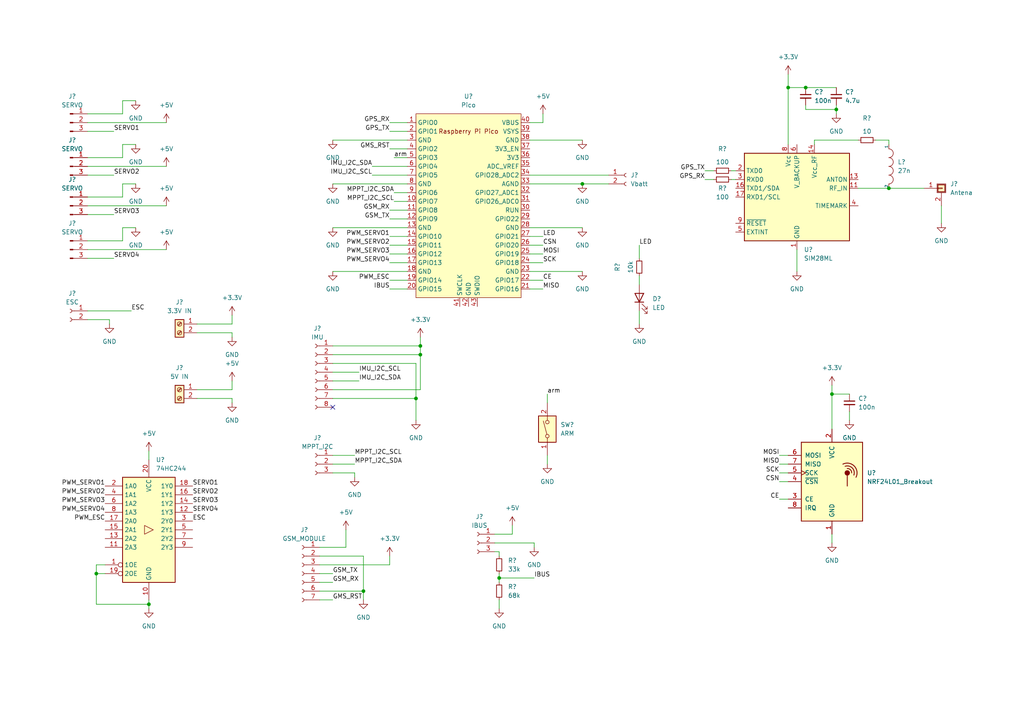
<source format=kicad_sch>
(kicad_sch (version 20211123) (generator eeschema)
  (paper "A4")
  (lib_symbols
    (symbol "74xx:74HC244"
      (property "Reference" "U" (at -7.62 16.51 0))
      (property "Value" "74HC244" (at -7.62 -16.51 0))
      (symbol "74HC244_1_0"
        (polyline (pts (xy 1.27 0) (xy -1.27 1.27) (xy -1.27 -1.27) (xy 1.27 0)) (stroke (width 0.1524)))
        (pin input inverted (at -12.7 -10.16 0) (length 5.08) (name "1OE") (number "1"))
        (pin power_in line (at 0 -20.32 90) (length 5.08) (name "GND") (number "10"))
        (pin input line (at -12.7 -5.08 0) (length 5.08) (name "2A3") (number "11"))
        (pin tri_state line (at 12.7 5.08 180) (length 5.08) (name "1Y3") (number "12"))
        (pin input line (at -12.7 -2.54 0) (length 5.08) (name "2A2") (number "13"))
        (pin tri_state line (at 12.7 7.62 180) (length 5.08) (name "1Y2") (number "14"))
        (pin input line (at -12.7 0 0) (length 5.08) (name "2A1") (number "15"))
        (pin tri_state line (at 12.7 10.16 180) (length 5.08) (name "1Y1") (number "16"))
        (pin input line (at -12.7 2.54 0) (length 5.08) (name "2A0") (number "17"))
        (pin tri_state line (at 12.7 12.7 180) (length 5.08) (name "1Y0") (number "18"))
        (pin input inverted (at -12.7 -12.7 0) (length 5.08) (name "2OE") (number "19"))
        (pin input line (at -12.7 12.7 0) (length 5.08) (name "1A0") (number "2"))
        (pin power_in line (at 0 20.32 270) (length 5.08) (name "VCC") (number "20"))
        (pin tri_state line (at 12.7 2.54 180) (length 5.08) (name "2Y0") (number "3"))
        (pin input line (at -12.7 10.16 0) (length 5.08) (name "1A1") (number "4"))
        (pin tri_state line (at 12.7 0 180) (length 5.08) (name "2Y1") (number "5"))
        (pin input line (at -12.7 7.62 0) (length 5.08) (name "1A2") (number "6"))
        (pin tri_state line (at 12.7 -2.54 180) (length 5.08) (name "2Y2") (number "7"))
        (pin input line (at -12.7 5.08 0) (length 5.08) (name "1A3") (number "8"))
        (pin tri_state line (at 12.7 -5.08 180) (length 5.08) (name "2Y3") (number "9"))
      )
      (symbol "74HC244_1_1"
        (rectangle (start -7.62 15.24) (end 7.62 -15.24) (stroke (width 0.254)) (fill (type background)))
      )
    )
    (symbol "Connector:Conn_01x02_Female" (pin_names (offset 1.016) hide)
      (property "Reference" "J" (at 0 2.54 0))
      (property "Value" "Conn_01x02_Female" (at 0 -5.08 0))
      (symbol "Conn_01x02_Female_1_1"
        (arc (start 0 -2.032) (mid -0.508 -2.54) (end 0 -3.048) (stroke (width 0.1524)))
        (polyline (pts (xy -1.27 -2.54) (xy -0.508 -2.54)) (stroke (width 0.1524)))
        (polyline (pts (xy -1.27 0) (xy -0.508 0)) (stroke (width 0.1524)))
        (arc (start 0 0.508) (mid -0.508 0) (end 0 -0.508) (stroke (width 0.1524)))
        (pin passive line (at -5.08 0 0) (length 3.81) (name "Pin_1") (number "1"))
        (pin passive line (at -5.08 -2.54 0) (length 3.81) (name "Pin_2") (number "2"))
      )
    )
    (symbol "Connector:Conn_01x03_Female" (pin_names (offset 1.016) hide)
      (property "Reference" "J" (at 0 5.08 0))
      (property "Value" "Conn_01x03_Female" (at 0 -5.08 0))
      (symbol "Conn_01x03_Female_1_1"
        (arc (start 0 -2.032) (mid -0.508 -2.54) (end 0 -3.048) (stroke (width 0.1524)))
        (polyline (pts (xy -1.27 -2.54) (xy -0.508 -2.54)) (stroke (width 0.1524)))
        (polyline (pts (xy -1.27 0) (xy -0.508 0)) (stroke (width 0.1524)))
        (polyline (pts (xy -1.27 2.54) (xy -0.508 2.54)) (stroke (width 0.1524)))
        (arc (start 0 0.508) (mid -0.508 0) (end 0 -0.508) (stroke (width 0.1524)))
        (arc (start 0 3.048) (mid -0.508 2.54) (end 0 2.032) (stroke (width 0.1524)))
        (pin passive line (at -5.08 2.54 0) (length 3.81) (name "Pin_1") (number "1"))
        (pin passive line (at -5.08 0 0) (length 3.81) (name "Pin_2") (number "2"))
        (pin passive line (at -5.08 -2.54 0) (length 3.81) (name "Pin_3") (number "3"))
      )
    )
    (symbol "Connector:Conn_01x03_Male" (pin_names (offset 1.016) hide)
      (property "Reference" "J" (at 0 5.08 0))
      (property "Value" "Conn_01x03_Male" (at 0 -5.08 0))
      (symbol "Conn_01x03_Male_1_1"
        (polyline (pts (xy 1.27 -2.54) (xy 0.8636 -2.54)) (stroke (width 0.1524)))
        (polyline (pts (xy 1.27 0) (xy 0.8636 0)) (stroke (width 0.1524)))
        (polyline (pts (xy 1.27 2.54) (xy 0.8636 2.54)) (stroke (width 0.1524)))
        (rectangle (start 0.8636 -2.413) (end 0 -2.667) (stroke (width 0.1524)) (fill (type outline)))
        (rectangle (start 0.8636 0.127) (end 0 -0.127) (stroke (width 0.1524)) (fill (type outline)))
        (rectangle (start 0.8636 2.667) (end 0 2.413) (stroke (width 0.1524)) (fill (type outline)))
        (pin passive line (at 5.08 2.54 180) (length 3.81) (name "Pin_1") (number "1"))
        (pin passive line (at 5.08 0 180) (length 3.81) (name "Pin_2") (number "2"))
        (pin passive line (at 5.08 -2.54 180) (length 3.81) (name "Pin_3") (number "3"))
      )
    )
    (symbol "Connector:Conn_01x07_Female" (pin_names (offset 1.016) hide)
      (property "Reference" "J" (at 0 10.16 0))
      (property "Value" "Conn_01x07_Female" (at 0 -10.16 0))
      (symbol "Conn_01x07_Female_1_1"
        (arc (start 0 -7.112) (mid -0.508 -7.62) (end 0 -8.128) (stroke (width 0.1524)))
        (arc (start 0 -4.572) (mid -0.508 -5.08) (end 0 -5.588) (stroke (width 0.1524)))
        (arc (start 0 -2.032) (mid -0.508 -2.54) (end 0 -3.048) (stroke (width 0.1524)))
        (polyline (pts (xy -1.27 -7.62) (xy -0.508 -7.62)) (stroke (width 0.1524)))
        (polyline (pts (xy -1.27 -5.08) (xy -0.508 -5.08)) (stroke (width 0.1524)))
        (polyline (pts (xy -1.27 -2.54) (xy -0.508 -2.54)) (stroke (width 0.1524)))
        (polyline (pts (xy -1.27 0) (xy -0.508 0)) (stroke (width 0.1524)))
        (polyline (pts (xy -1.27 2.54) (xy -0.508 2.54)) (stroke (width 0.1524)))
        (polyline (pts (xy -1.27 5.08) (xy -0.508 5.08)) (stroke (width 0.1524)))
        (polyline (pts (xy -1.27 7.62) (xy -0.508 7.62)) (stroke (width 0.1524)))
        (arc (start 0 0.508) (mid -0.508 0) (end 0 -0.508) (stroke (width 0.1524)))
        (arc (start 0 3.048) (mid -0.508 2.54) (end 0 2.032) (stroke (width 0.1524)))
        (arc (start 0 5.588) (mid -0.508 5.08) (end 0 4.572) (stroke (width 0.1524)))
        (arc (start 0 8.128) (mid -0.508 7.62) (end 0 7.112) (stroke (width 0.1524)))
        (pin passive line (at -5.08 7.62 0) (length 3.81) (name "Pin_1") (number "1"))
        (pin passive line (at -5.08 5.08 0) (length 3.81) (name "Pin_2") (number "2"))
        (pin passive line (at -5.08 2.54 0) (length 3.81) (name "Pin_3") (number "3"))
        (pin passive line (at -5.08 0 0) (length 3.81) (name "Pin_4") (number "4"))
        (pin passive line (at -5.08 -2.54 0) (length 3.81) (name "Pin_5") (number "5"))
        (pin passive line (at -5.08 -5.08 0) (length 3.81) (name "Pin_6") (number "6"))
        (pin passive line (at -5.08 -7.62 0) (length 3.81) (name "Pin_7") (number "7"))
      )
    )
    (symbol "Connector:Conn_01x08_Female" (pin_names (offset 1.016) hide)
      (property "Reference" "J" (at 0 10.16 0))
      (property "Value" "Conn_01x08_Female" (at 0 -12.7 0))
      (symbol "Conn_01x08_Female_1_1"
        (arc (start 0 -9.652) (mid -0.508 -10.16) (end 0 -10.668) (stroke (width 0.1524)))
        (arc (start 0 -7.112) (mid -0.508 -7.62) (end 0 -8.128) (stroke (width 0.1524)))
        (arc (start 0 -4.572) (mid -0.508 -5.08) (end 0 -5.588) (stroke (width 0.1524)))
        (arc (start 0 -2.032) (mid -0.508 -2.54) (end 0 -3.048) (stroke (width 0.1524)))
        (polyline (pts (xy -1.27 -10.16) (xy -0.508 -10.16)) (stroke (width 0.1524)))
        (polyline (pts (xy -1.27 -7.62) (xy -0.508 -7.62)) (stroke (width 0.1524)))
        (polyline (pts (xy -1.27 -5.08) (xy -0.508 -5.08)) (stroke (width 0.1524)))
        (polyline (pts (xy -1.27 -2.54) (xy -0.508 -2.54)) (stroke (width 0.1524)))
        (polyline (pts (xy -1.27 0) (xy -0.508 0)) (stroke (width 0.1524)))
        (polyline (pts (xy -1.27 2.54) (xy -0.508 2.54)) (stroke (width 0.1524)))
        (polyline (pts (xy -1.27 5.08) (xy -0.508 5.08)) (stroke (width 0.1524)))
        (polyline (pts (xy -1.27 7.62) (xy -0.508 7.62)) (stroke (width 0.1524)))
        (arc (start 0 0.508) (mid -0.508 0) (end 0 -0.508) (stroke (width 0.1524)))
        (arc (start 0 3.048) (mid -0.508 2.54) (end 0 2.032) (stroke (width 0.1524)))
        (arc (start 0 5.588) (mid -0.508 5.08) (end 0 4.572) (stroke (width 0.1524)))
        (arc (start 0 8.128) (mid -0.508 7.62) (end 0 7.112) (stroke (width 0.1524)))
        (pin passive line (at -5.08 7.62 0) (length 3.81) (name "Pin_1") (number "1"))
        (pin passive line (at -5.08 5.08 0) (length 3.81) (name "Pin_2") (number "2"))
        (pin passive line (at -5.08 2.54 0) (length 3.81) (name "Pin_3") (number "3"))
        (pin passive line (at -5.08 0 0) (length 3.81) (name "Pin_4") (number "4"))
        (pin passive line (at -5.08 -2.54 0) (length 3.81) (name "Pin_5") (number "5"))
        (pin passive line (at -5.08 -5.08 0) (length 3.81) (name "Pin_6") (number "6"))
        (pin passive line (at -5.08 -7.62 0) (length 3.81) (name "Pin_7") (number "7"))
        (pin passive line (at -5.08 -10.16 0) (length 3.81) (name "Pin_8") (number "8"))
      )
    )
    (symbol "Connector:Screw_Terminal_01x02" (pin_names (offset 1.016) hide)
      (property "Reference" "J" (at 0 2.54 0))
      (property "Value" "Screw_Terminal_01x02" (at 0 -5.08 0))
      (symbol "Screw_Terminal_01x02_1_1"
        (rectangle (start -1.27 1.27) (end 1.27 -3.81) (stroke (width 0.254)) (fill (type background)))
        (circle (center 0 -2.54) (radius 0.635) (stroke (width 0.1524)))
        (polyline (pts (xy -0.5334 -2.2098) (xy 0.3302 -3.048)) (stroke (width 0.1524)))
        (polyline (pts (xy -0.5334 0.3302) (xy 0.3302 -0.508)) (stroke (width 0.1524)))
        (polyline (pts (xy -0.3556 -2.032) (xy 0.508 -2.8702)) (stroke (width 0.1524)))
        (polyline (pts (xy -0.3556 0.508) (xy 0.508 -0.3302)) (stroke (width 0.1524)))
        (circle (center 0 0) (radius 0.635) (stroke (width 0.1524)))
        (pin passive line (at -5.08 0 0) (length 3.81) (name "Pin_1") (number "1"))
        (pin passive line (at -5.08 -2.54 0) (length 3.81) (name "Pin_2") (number "2"))
      )
    )
    (symbol "Device:C_Small" (pin_numbers hide) (pin_names (offset 0.254) hide)
      (property "Reference" "C" (at 0.254 1.778 0))
      (property "Value" "C_Small" (at 0.254 -2.032 0))
      (symbol "C_Small_0_1"
        (polyline (pts (xy -1.524 -0.508) (xy 1.524 -0.508)) (stroke (width 0.3302)))
        (polyline (pts (xy -1.524 0.508) (xy 1.524 0.508)) (stroke (width 0.3048)))
      )
      (symbol "C_Small_1_1"
        (pin passive line (at 0 2.54 270) (length 2.032) (name "~") (number "1"))
        (pin passive line (at 0 -2.54 90) (length 2.032) (name "~") (number "2"))
      )
    )
    (symbol "Device:LED" (pin_numbers hide) (pin_names (offset 1.016) hide)
      (property "Reference" "D" (at 0 2.54 0))
      (property "Value" "LED" (at 0 -2.54 0))
      (symbol "LED_0_1"
        (polyline (pts (xy -1.27 -1.27) (xy -1.27 1.27)) (stroke (width 0.254)))
        (polyline (pts (xy -1.27 0) (xy 1.27 0)))
        (polyline (pts (xy 1.27 -1.27) (xy 1.27 1.27) (xy -1.27 0) (xy 1.27 -1.27)) (stroke (width 0.254)))
        (polyline (pts (xy -3.048 -0.762) (xy -4.572 -2.286) (xy -3.81 -2.286) (xy -4.572 -2.286) (xy -4.572 -1.524)))
        (polyline (pts (xy -1.778 -0.762) (xy -3.302 -2.286) (xy -2.54 -2.286) (xy -3.302 -2.286) (xy -3.302 -1.524)))
      )
      (symbol "LED_1_1"
        (pin passive line (at -3.81 0 0) (length 2.54) (name "K") (number "1"))
        (pin passive line (at 3.81 0 180) (length 2.54) (name "A") (number "2"))
      )
    )
    (symbol "Device:R_Small" (pin_numbers hide) (pin_names (offset 0.254) hide)
      (property "Reference" "R" (at 0.762 0.508 0))
      (property "Value" "R_Small" (at 0.762 -1.016 0))
      (symbol "R_Small_0_1"
        (rectangle (start -0.762 1.778) (end 0.762 -1.778) (stroke (width 0.2032)))
      )
      (symbol "R_Small_1_1"
        (pin passive line (at 0 2.54 270) (length 0.762) (name "~") (number "1"))
        (pin passive line (at 0 -2.54 90) (length 0.762) (name "~") (number "2"))
      )
    )
    (symbol "MCU_RaspberryPi_and_Boards:Pico"
      (property "Reference" "U" (at -13.97 27.94 0))
      (property "Value" "Pico" (at 0 19.05 0))
      (symbol "Pico_0_0"
        (text "Raspberry Pi Pico" (at 0 21.59 0) (effects (font (size 1.27 1.27))))
      )
      (symbol "Pico_0_1"
        (rectangle (start -15.24 26.67) (end 15.24 -26.67) (fill (type background)))
      )
      (symbol "Pico_1_1"
        (pin bidirectional line (at -17.78 24.13 0) (length 2.54) (name "GPIO0") (number "1"))
        (pin bidirectional line (at -17.78 1.27 0) (length 2.54) (name "GPIO7") (number "10"))
        (pin bidirectional line (at -17.78 -1.27 0) (length 2.54) (name "GPIO8") (number "11"))
        (pin bidirectional line (at -17.78 -3.81 0) (length 2.54) (name "GPIO9") (number "12"))
        (pin power_in line (at -17.78 -6.35 0) (length 2.54) (name "GND") (number "13"))
        (pin bidirectional line (at -17.78 -8.89 0) (length 2.54) (name "GPIO10") (number "14"))
        (pin bidirectional line (at -17.78 -11.43 0) (length 2.54) (name "GPIO11") (number "15"))
        (pin bidirectional line (at -17.78 -13.97 0) (length 2.54) (name "GPIO12") (number "16"))
        (pin bidirectional line (at -17.78 -16.51 0) (length 2.54) (name "GPIO13") (number "17"))
        (pin power_in line (at -17.78 -19.05 0) (length 2.54) (name "GND") (number "18"))
        (pin bidirectional line (at -17.78 -21.59 0) (length 2.54) (name "GPIO14") (number "19"))
        (pin bidirectional line (at -17.78 21.59 0) (length 2.54) (name "GPIO1") (number "2"))
        (pin bidirectional line (at -17.78 -24.13 0) (length 2.54) (name "GPIO15") (number "20"))
        (pin bidirectional line (at 17.78 -24.13 180) (length 2.54) (name "GPIO16") (number "21"))
        (pin bidirectional line (at 17.78 -21.59 180) (length 2.54) (name "GPIO17") (number "22"))
        (pin power_in line (at 17.78 -19.05 180) (length 2.54) (name "GND") (number "23"))
        (pin bidirectional line (at 17.78 -16.51 180) (length 2.54) (name "GPIO18") (number "24"))
        (pin bidirectional line (at 17.78 -13.97 180) (length 2.54) (name "GPIO19") (number "25"))
        (pin bidirectional line (at 17.78 -11.43 180) (length 2.54) (name "GPIO20") (number "26"))
        (pin bidirectional line (at 17.78 -8.89 180) (length 2.54) (name "GPIO21") (number "27"))
        (pin power_in line (at 17.78 -6.35 180) (length 2.54) (name "GND") (number "28"))
        (pin bidirectional line (at 17.78 -3.81 180) (length 2.54) (name "GPIO22") (number "29"))
        (pin power_in line (at -17.78 19.05 0) (length 2.54) (name "GND") (number "3"))
        (pin input line (at 17.78 -1.27 180) (length 2.54) (name "RUN") (number "30"))
        (pin bidirectional line (at 17.78 1.27 180) (length 2.54) (name "GPIO26_ADC0") (number "31"))
        (pin bidirectional line (at 17.78 3.81 180) (length 2.54) (name "GPIO27_ADC1") (number "32"))
        (pin power_in line (at 17.78 6.35 180) (length 2.54) (name "AGND") (number "33"))
        (pin bidirectional line (at 17.78 8.89 180) (length 2.54) (name "GPIO28_ADC2") (number "34"))
        (pin power_in line (at 17.78 11.43 180) (length 2.54) (name "ADC_VREF") (number "35"))
        (pin power_in line (at 17.78 13.97 180) (length 2.54) (name "3V3") (number "36"))
        (pin input line (at 17.78 16.51 180) (length 2.54) (name "3V3_EN") (number "37"))
        (pin bidirectional line (at 17.78 19.05 180) (length 2.54) (name "GND") (number "38"))
        (pin power_in line (at 17.78 21.59 180) (length 2.54) (name "VSYS") (number "39"))
        (pin bidirectional line (at -17.78 16.51 0) (length 2.54) (name "GPIO2") (number "4"))
        (pin power_in line (at 17.78 24.13 180) (length 2.54) (name "VBUS") (number "40"))
        (pin input line (at -2.54 -29.21 90) (length 2.54) (name "SWCLK") (number "41"))
        (pin power_in line (at 0 -29.21 90) (length 2.54) (name "GND") (number "42"))
        (pin bidirectional line (at 2.54 -29.21 90) (length 2.54) (name "SWDIO") (number "43"))
        (pin bidirectional line (at -17.78 13.97 0) (length 2.54) (name "GPIO3") (number "5"))
        (pin bidirectional line (at -17.78 11.43 0) (length 2.54) (name "GPIO4") (number "6"))
        (pin bidirectional line (at -17.78 8.89 0) (length 2.54) (name "GPIO5") (number "7"))
        (pin power_in line (at -17.78 6.35 0) (length 2.54) (name "GND") (number "8"))
        (pin bidirectional line (at -17.78 3.81 0) (length 2.54) (name "GPIO6") (number "9"))
      )
    )
    (symbol "RF:NRF24L01_Breakout" (pin_names (offset 1.016))
      (property "Reference" "U" (at -8.89 12.7 0))
      (property "Value" "NRF24L01_Breakout" (at 3.81 12.7 0))
      (symbol "NRF24L01_Breakout_0_1"
        (rectangle (start -8.89 11.43) (end 8.89 -11.43) (stroke (width 0.254)) (fill (type background)))
        (polyline (pts (xy 4.445 1.905) (xy 4.445 -1.27)) (stroke (width 0.254)))
        (circle (center 4.445 2.54) (radius 0.635) (stroke (width 0.254)) (fill (type outline)))
        (arc (start 5.715 2.54) (mid 5.3521 3.4546) (end 4.445 3.81) (stroke (width 0.254)))
        (arc (start 6.35 1.905) (mid 5.8763 3.9854) (end 3.81 4.445) (stroke (width 0.254)))
        (arc (start 6.985 1.27) (mid 6.453 4.548) (end 3.175 5.08) (stroke (width 0.254)))
      )
      (symbol "NRF24L01_Breakout_1_1"
        (pin power_in line (at 0 -15.24 90) (length 3.81) (name "GND") (number "1"))
        (pin power_in line (at 0 15.24 270) (length 3.81) (name "VCC") (number "2"))
        (pin input line (at -12.7 -5.08 0) (length 3.81) (name "CE") (number "3"))
        (pin input line (at -12.7 0 0) (length 3.81) (name "~{CSN}") (number "4"))
        (pin input clock (at -12.7 2.54 0) (length 3.81) (name "SCK") (number "5"))
        (pin input line (at -12.7 7.62 0) (length 3.81) (name "MOSI") (number "6"))
        (pin output line (at -12.7 5.08 0) (length 3.81) (name "MISO") (number "7"))
        (pin output line (at -12.7 -7.62 0) (length 3.81) (name "IRQ") (number "8"))
      )
    )
    (symbol "RF_GPS:SIM28ML"
      (property "Reference" "U" (at -13.97 13.97 0))
      (property "Value" "SIM28ML" (at 11.43 13.97 0))
      (symbol "SIM28ML_0_1"
        (rectangle (start -15.24 12.7) (end 15.24 -12.7) (stroke (width 0.254)) (fill (type background)))
      )
      (symbol "SIM28ML_1_1"
        (pin power_in line (at 0 -15.24 90) (length 2.54) (name "GND") (number "1"))
        (pin passive line (at 0 -15.24 90) (length 2.54) hide (name "GND") (number "10"))
        (pin input line (at 17.78 2.54 180) (length 2.54) (name "RF_IN") (number "11"))
        (pin passive line (at 0 -15.24 90) (length 2.54) hide (name "GND") (number "12"))
        (pin power_out line (at 17.78 5.08 180) (length 2.54) (name "ANTON") (number "13"))
        (pin power_out line (at 5.08 15.24 270) (length 2.54) (name "Vcc_RF") (number "14"))
        (pin no_connect line (at 15.24 -7.62 180) (length 2.54) hide (name "NC") (number "15"))
        (pin bidirectional line (at -17.78 2.54 0) (length 2.54) (name "TXD1/SDA") (number "16"))
        (pin input line (at -17.78 0 0) (length 2.54) (name "RXD1/SCL") (number "17"))
        (pin no_connect line (at 15.24 -10.16 180) (length 2.54) hide (name "NC") (number "18"))
        (pin output line (at -17.78 7.62 0) (length 2.54) (name "TXD0") (number "2"))
        (pin input line (at -17.78 5.08 0) (length 2.54) (name "RXD0") (number "3"))
        (pin output line (at 17.78 -2.54 180) (length 2.54) (name "TIMEMARK") (number "4"))
        (pin input line (at -17.78 -10.16 0) (length 2.54) (name "EXTINT") (number "5"))
        (pin power_in line (at 0 15.24 270) (length 2.54) (name "V_BACKUP") (number "6"))
        (pin no_connect line (at 15.24 -5.08 180) (length 2.54) hide (name "NC") (number "7"))
        (pin power_in line (at -2.54 15.24 270) (length 2.54) (name "Vcc") (number "8"))
        (pin input line (at -17.78 -7.62 0) (length 2.54) (name "~{RESET}") (number "9"))
      )
    )
    (symbol "Samolot:ULF" (pin_names (offset 1.016) hide)
      (property "Reference" "J" (at 0.254 2.286 0))
      (property "Value" "ULF" (at 1.016 -2.286 0))
      (symbol "ULF_1_1"
        (rectangle (start -1.27 1.27) (end 1.27 -1.27) (stroke (width 0.1524)))
        (rectangle (start -1.016 0.127) (end 0.254 -0.127) (stroke (width 0.1524)))
        (rectangle (start -1.016 1.016) (end 1.016 -1.016) (stroke (width 0.254)) (fill (type background)))
        (pin passive line (at -5.08 0 0) (length 4.064) (name "Pin_1") (number "1"))
        (pin passive line (at 0 -5.08 90) (length 3.81) (name "Shield") (number "2"))
      )
    )
    (symbol "Switch:SW_DIP_x01" (pin_names (offset 0) hide)
      (property "Reference" "SW" (at 0 3.81 0))
      (property "Value" "SW_DIP_x01" (at 0 -3.81 0))
      (symbol "SW_DIP_x01_0_0"
        (circle (center -2.032 0) (radius 0.508))
        (polyline (pts (xy -1.524 0.127) (xy 2.3622 1.1684)))
        (circle (center 2.032 0) (radius 0.508))
      )
      (symbol "SW_DIP_x01_0_1"
        (rectangle (start -3.81 2.54) (end 3.81 -2.54) (stroke (width 0.254)) (fill (type background)))
      )
      (symbol "SW_DIP_x01_1_1"
        (pin passive line (at -7.62 0 0) (length 5.08) (name "~") (number "1"))
        (pin passive line (at 7.62 0 180) (length 5.08) (name "~") (number "2"))
      )
    )
    (symbol "power:+3.3V" (power) (pin_names (offset 0))
      (property "Value" "+3.3V" (at 0 3.556 0))
      (symbol "+3.3V_0_1"
        (polyline (pts (xy -0.762 1.27) (xy 0 2.54)))
        (polyline (pts (xy 0 0) (xy 0 2.54)))
        (polyline (pts (xy 0 2.54) (xy 0.762 1.27)))
      )
      (symbol "+3.3V_1_1"
        (pin power_in line (at 0 0 90) (length 0) hide (name "+3.3V") (number "1"))
      )
    )
    (symbol "power:+5V" (power) (pin_names (offset 0))
      (property "Value" "+5V" (at 0 3.556 0))
      (symbol "+5V_0_1"
        (polyline (pts (xy -0.762 1.27) (xy 0 2.54)))
        (polyline (pts (xy 0 0) (xy 0 2.54)))
        (polyline (pts (xy 0 2.54) (xy 0.762 1.27)))
      )
      (symbol "+5V_1_1"
        (pin power_in line (at 0 0 90) (length 0) hide (name "+5V") (number "1"))
      )
    )
    (symbol "power:GND" (power) (pin_names (offset 0))
      (property "Value" "GND" (at 0 -3.81 0))
      (symbol "GND_0_1"
        (polyline (pts (xy 0 0) (xy 0 -1.27) (xy 1.27 -1.27) (xy 0 -2.54) (xy -1.27 -1.27) (xy 0 -1.27)))
      )
      (symbol "GND_1_1"
        (pin power_in line (at 0 0 270) (length 0) hide (name "GND") (number "1"))
      )
    )
    (symbol "pspice:INDUCTOR" (pin_numbers hide) (pin_names (offset 0))
      (property "Reference" "L" (at 0 2.54 0))
      (property "Value" "INDUCTOR" (at 0 -1.27 0))
      (symbol "INDUCTOR_0_1"
        (arc (start -2.54 0) (mid -3.81 1.27) (end -5.08 0))
        (arc (start 0 0) (mid -1.27 1.27) (end -2.54 0))
        (arc (start 2.54 0) (mid 1.27 1.27) (end 0 0))
        (arc (start 5.08 0) (mid 3.81 1.27) (end 2.54 0))
      )
      (symbol "INDUCTOR_1_1"
        (pin input line (at -6.35 0 0) (length 1.27) (name "1") (number "1"))
        (pin input line (at 6.35 0 180) (length 1.27) (name "2") (number "2"))
      )
    )
  )
  (junction (at 168.91 53.34))
  (junction (at 43.18 175.26))
  (junction (at 257.81 54.61))
  (junction (at 120.65 115.57))
  (junction (at 121.92 100.33))
  (junction (at 105.41 171.45))
  (junction (at 228.6 25.4))
  (junction (at 233.68 25.4))
  (junction (at 144.78 167.64))
  (junction (at 241.3 114.3))
  (junction (at 27.94 166.37))
  (junction (at 121.92 102.87))
  (junction (at 242.57 31.75))
  (no_connect (at 96.52 118.11))
  (wire (pts (xy 153.67 53.34) (xy 168.91 53.34)))
  (wire (pts (xy 254 40.64) (xy 257.81 40.64)))
  (wire (pts (xy 113.03 73.66) (xy 118.11 73.66)))
  (wire (pts (xy 233.68 30.48) (xy 233.68 31.75)))
  (wire (pts (xy 114.3 58.42) (xy 118.11 58.42)))
  (wire (pts (xy 27.94 175.26) (xy 43.18 175.26)))
  (wire (pts (xy 273.05 64.77) (xy 273.05 59.69)))
  (wire (pts (xy 153.67 78.74) (xy 168.91 78.74)))
  (wire (pts (xy 246.38 119.38) (xy 246.38 121.92)))
  (wire (pts (xy 148.59 152.4) (xy 148.59 154.94)))
  (wire (pts (xy 144.78 173.99) (xy 144.78 176.53)))
  (wire (pts (xy 96.52 100.33) (xy 121.92 100.33)))
  (wire (pts (xy 185.42 80.01) (xy 185.42 82.55)))
  (wire (pts (xy 226.06 139.7) (xy 228.6 139.7)))
  (wire (pts (xy 228.6 25.4) (xy 233.68 25.4)))
  (wire (pts (xy 257.81 40.64) (xy 257.81 41.91)))
  (wire (pts (xy 25.4 90.17) (xy 38.1 90.17)))
  (wire (pts (xy 143.51 160.02) (xy 144.78 160.02)))
  (wire (pts (xy 242.57 31.75) (xy 242.57 30.48)))
  (wire (pts (xy 118.11 81.28) (xy 113.03 81.28)))
  (wire (pts (xy 228.6 25.4) (xy 228.6 41.91)))
  (wire (pts (xy 96.52 113.03) (xy 121.92 113.03)))
  (wire (pts (xy 35.56 41.91) (xy 39.37 41.91)))
  (wire (pts (xy 92.71 161.29) (xy 105.41 161.29)))
  (wire (pts (xy 226.06 137.16) (xy 228.6 137.16)))
  (wire (pts (xy 43.18 130.81) (xy 43.18 133.35)))
  (wire (pts (xy 144.78 167.64) (xy 144.78 168.91)))
  (wire (pts (xy 153.67 73.66) (xy 157.48 73.66)))
  (wire (pts (xy 236.22 40.64) (xy 248.92 40.64)))
  (wire (pts (xy 113.03 83.82) (xy 118.11 83.82)))
  (wire (pts (xy 100.33 153.67) (xy 100.33 158.75)))
  (wire (pts (xy 113.03 35.56) (xy 118.11 35.56)))
  (wire (pts (xy 114.3 45.72) (xy 118.11 45.72)))
  (wire (pts (xy 43.18 173.99) (xy 43.18 175.26)))
  (wire (pts (xy 96.52 134.62) (xy 102.87 134.62)))
  (wire (pts (xy 242.57 33.02) (xy 242.57 31.75)))
  (wire (pts (xy 102.87 138.43) (xy 102.87 137.16)))
  (wire (pts (xy 35.56 29.21) (xy 39.37 29.21)))
  (wire (pts (xy 257.81 54.61) (xy 267.97 54.61)))
  (wire (pts (xy 105.41 171.45) (xy 105.41 173.99)))
  (wire (pts (xy 57.15 96.52) (xy 67.31 96.52)))
  (wire (pts (xy 241.3 114.3) (xy 241.3 124.46)))
  (wire (pts (xy 113.03 63.5) (xy 118.11 63.5)))
  (wire (pts (xy 233.68 31.75) (xy 242.57 31.75)))
  (wire (pts (xy 144.78 167.64) (xy 154.94 167.64)))
  (wire (pts (xy 35.56 66.04) (xy 39.37 66.04)))
  (wire (pts (xy 25.4 38.1) (xy 33.02 38.1)))
  (wire (pts (xy 153.67 35.56) (xy 157.48 35.56)))
  (wire (pts (xy 27.94 166.37) (xy 30.48 166.37)))
  (wire (pts (xy 30.48 163.83) (xy 27.94 163.83)))
  (wire (pts (xy 25.4 50.8) (xy 33.02 50.8)))
  (wire (pts (xy 153.67 71.12) (xy 157.48 71.12)))
  (wire (pts (xy 143.51 157.48) (xy 154.94 157.48)))
  (wire (pts (xy 153.67 81.28) (xy 157.48 81.28)))
  (wire (pts (xy 27.94 166.37) (xy 27.94 175.26)))
  (wire (pts (xy 248.92 54.61) (xy 257.81 54.61)))
  (wire (pts (xy 25.4 74.93) (xy 33.02 74.93)))
  (wire (pts (xy 241.3 154.94) (xy 241.3 157.48)))
  (wire (pts (xy 204.47 49.53) (xy 207.01 49.53)))
  (wire (pts (xy 120.65 121.92) (xy 120.65 115.57)))
  (wire (pts (xy 67.31 91.44) (xy 67.31 93.98)))
  (wire (pts (xy 212.09 49.53) (xy 213.36 49.53)))
  (wire (pts (xy 35.56 33.02) (xy 35.56 29.21)))
  (wire (pts (xy 96.52 132.08) (xy 102.87 132.08)))
  (wire (pts (xy 226.06 134.62) (xy 228.6 134.62)))
  (wire (pts (xy 153.67 66.04) (xy 168.91 66.04)))
  (wire (pts (xy 121.92 100.33) (xy 121.92 102.87)))
  (wire (pts (xy 118.11 66.04) (xy 96.52 66.04)))
  (wire (pts (xy 153.67 76.2) (xy 157.48 76.2)))
  (wire (pts (xy 226.06 132.08) (xy 228.6 132.08)))
  (wire (pts (xy 27.94 163.83) (xy 27.94 166.37)))
  (wire (pts (xy 92.71 163.83) (xy 113.03 163.83)))
  (wire (pts (xy 67.31 97.79) (xy 67.31 96.52)))
  (wire (pts (xy 35.56 53.34) (xy 39.37 53.34)))
  (wire (pts (xy 107.95 48.26) (xy 118.11 48.26)))
  (wire (pts (xy 113.03 76.2) (xy 118.11 76.2)))
  (wire (pts (xy 35.56 57.15) (xy 35.56 53.34)))
  (wire (pts (xy 43.18 175.26) (xy 43.18 176.53)))
  (wire (pts (xy 25.4 72.39) (xy 48.26 72.39)))
  (wire (pts (xy 168.91 53.34) (xy 176.53 53.34)))
  (wire (pts (xy 25.4 69.85) (xy 35.56 69.85)))
  (wire (pts (xy 212.09 52.07) (xy 213.36 52.07)))
  (wire (pts (xy 25.4 33.02) (xy 35.56 33.02)))
  (wire (pts (xy 185.42 71.12) (xy 185.42 74.93)))
  (wire (pts (xy 241.3 114.3) (xy 241.3 111.76)))
  (wire (pts (xy 57.15 93.98) (xy 67.31 93.98)))
  (wire (pts (xy 121.92 102.87) (xy 121.92 113.03)))
  (wire (pts (xy 25.4 45.72) (xy 35.56 45.72)))
  (wire (pts (xy 96.52 53.34) (xy 118.11 53.34)))
  (wire (pts (xy 185.42 90.17) (xy 185.42 93.98)))
  (wire (pts (xy 96.52 78.74) (xy 118.11 78.74)))
  (wire (pts (xy 105.41 161.29) (xy 105.41 171.45)))
  (wire (pts (xy 113.03 60.96) (xy 118.11 60.96)))
  (wire (pts (xy 246.38 114.3) (xy 241.3 114.3)))
  (wire (pts (xy 96.52 105.41) (xy 120.65 105.41)))
  (wire (pts (xy 158.75 114.3) (xy 158.75 116.84)))
  (wire (pts (xy 153.67 40.64) (xy 168.91 40.64)))
  (wire (pts (xy 25.4 59.69) (xy 48.26 59.69)))
  (wire (pts (xy 226.06 144.78) (xy 228.6 144.78)))
  (wire (pts (xy 67.31 116.84) (xy 67.31 115.57)))
  (wire (pts (xy 57.15 113.03) (xy 67.31 113.03)))
  (wire (pts (xy 100.33 158.75) (xy 92.71 158.75)))
  (wire (pts (xy 35.56 45.72) (xy 35.56 41.91)))
  (wire (pts (xy 114.3 55.88) (xy 118.11 55.88)))
  (wire (pts (xy 231.14 72.39) (xy 231.14 78.74)))
  (wire (pts (xy 25.4 62.23) (xy 33.02 62.23)))
  (wire (pts (xy 25.4 57.15) (xy 35.56 57.15)))
  (wire (pts (xy 96.52 115.57) (xy 120.65 115.57)))
  (wire (pts (xy 57.15 115.57) (xy 67.31 115.57)))
  (wire (pts (xy 96.52 40.64) (xy 118.11 40.64)))
  (wire (pts (xy 107.95 50.8) (xy 118.11 50.8)))
  (wire (pts (xy 31.75 92.71) (xy 25.4 92.71)))
  (wire (pts (xy 67.31 110.49) (xy 67.31 113.03)))
  (wire (pts (xy 113.03 71.12) (xy 118.11 71.12)))
  (wire (pts (xy 144.78 160.02) (xy 144.78 161.29)))
  (wire (pts (xy 113.03 161.29) (xy 113.03 163.83)))
  (wire (pts (xy 228.6 21.59) (xy 228.6 25.4)))
  (wire (pts (xy 153.67 50.8) (xy 176.53 50.8)))
  (wire (pts (xy 92.71 168.91) (xy 96.52 168.91)))
  (wire (pts (xy 154.94 158.75) (xy 154.94 157.48)))
  (wire (pts (xy 113.03 38.1) (xy 118.11 38.1)))
  (wire (pts (xy 96.52 102.87) (xy 121.92 102.87)))
  (wire (pts (xy 96.52 110.49) (xy 104.14 110.49)))
  (wire (pts (xy 92.71 166.37) (xy 96.52 166.37)))
  (wire (pts (xy 25.4 35.56) (xy 48.26 35.56)))
  (wire (pts (xy 35.56 69.85) (xy 35.56 66.04)))
  (wire (pts (xy 120.65 115.57) (xy 120.65 105.41)))
  (wire (pts (xy 204.47 52.07) (xy 207.01 52.07)))
  (wire (pts (xy 96.52 107.95) (xy 104.14 107.95)))
  (wire (pts (xy 157.48 33.02) (xy 157.48 35.56)))
  (wire (pts (xy 153.67 68.58) (xy 157.48 68.58)))
  (wire (pts (xy 92.71 171.45) (xy 105.41 171.45)))
  (wire (pts (xy 102.87 137.16) (xy 96.52 137.16)))
  (wire (pts (xy 153.67 83.82) (xy 157.48 83.82)))
  (wire (pts (xy 233.68 25.4) (xy 242.57 25.4)))
  (wire (pts (xy 158.75 132.08) (xy 158.75 134.62)))
  (wire (pts (xy 113.03 68.58) (xy 118.11 68.58)))
  (wire (pts (xy 121.92 97.79) (xy 121.92 100.33)))
  (wire (pts (xy 236.22 40.64) (xy 236.22 41.91)))
  (wire (pts (xy 113.03 43.18) (xy 118.11 43.18)))
  (wire (pts (xy 144.78 166.37) (xy 144.78 167.64)))
  (wire (pts (xy 148.59 154.94) (xy 143.51 154.94)))
  (wire (pts (xy 92.71 173.99) (xy 96.52 173.99)))
  (wire (pts (xy 31.75 93.98) (xy 31.75 92.71)))
  (wire (pts (xy 25.4 48.26) (xy 48.26 48.26)))
  (label "CSN" (at 226.06 139.7 180))
  (label "GSM_RX" (at 96.52 168.91 0))
  (label "GSM_TX" (at 113.03 63.5 180))
  (label "MPPT_I2C_SCL" (at 114.3 58.42 180))
  (label "GMS_RST" (at 96.52 173.99 0))
  (label "GSM_RX" (at 113.03 60.96 180))
  (label "IMU_I2C_SCL" (at 107.95 50.8 180))
  (label "PWM_SERVO2" (at 113.03 71.12 180))
  (label "arm" (at 114.3 45.72 0))
  (label "PWM_SERVO4" (at 113.03 76.2 180))
  (label "PWM_SERVO1" (at 30.48 140.97 180))
  (label "MPPT_I2C_SDA" (at 102.87 134.62 0))
  (label "PWM_ESC" (at 30.48 151.13 180))
  (label "ESC" (at 55.88 151.13 0))
  (label "SERVO4" (at 33.02 74.93 0))
  (label "SERVO1" (at 55.88 140.97 0))
  (label "SERVO3" (at 33.02 62.23 0))
  (label "PWM_SERVO4" (at 30.48 148.59 180))
  (label "SCK" (at 157.48 76.2 0))
  (label "MOSI" (at 226.06 132.08 180))
  (label "MPPT_I2C_SDA" (at 114.3 55.88 180))
  (label "PWM_ESC" (at 113.03 81.28 180))
  (label "MISO" (at 157.48 83.82 0))
  (label "PWM_SERVO2" (at 30.48 143.51 180))
  (label "arm" (at 158.75 114.3 0))
  (label "ESC" (at 38.1 90.17 0))
  (label "MISO" (at 226.06 134.62 180))
  (label "GPS_TX" (at 204.47 49.53 180))
  (label "GSM_TX" (at 96.52 166.37 0))
  (label "PWM_SERVO3" (at 30.48 146.05 180))
  (label "CE" (at 157.48 81.28 0))
  (label "CSN" (at 157.48 71.12 0))
  (label "PWM_SERVO3" (at 113.03 73.66 180))
  (label "SERVO1" (at 33.02 38.1 0))
  (label "PWM_SERVO1" (at 113.03 68.58 180))
  (label "LED" (at 157.48 68.58 0))
  (label "SCK" (at 226.06 137.16 180))
  (label "GPS_RX" (at 204.47 52.07 180))
  (label "SERVO2" (at 55.88 143.51 0))
  (label "IBUS" (at 154.94 167.64 0))
  (label "MPPT_I2C_SCL" (at 102.87 132.08 0))
  (label "GMS_RST" (at 113.03 43.18 180))
  (label "SERVO3" (at 55.88 146.05 0))
  (label "IMU_I2C_SDA" (at 104.14 110.49 0))
  (label "GPS_RX" (at 113.03 35.56 180))
  (label "IBUS" (at 113.03 83.82 180))
  (label "SERVO4" (at 55.88 148.59 0))
  (label "IMU_I2C_SDA" (at 107.95 48.26 180))
  (label "MOSI" (at 157.48 73.66 0))
  (label "IMU_I2C_SCL" (at 104.14 107.95 0))
  (label "LED" (at 185.42 71.12 0))
  (label "CE" (at 226.06 144.78 180))
  (label "GPS_TX" (at 113.03 38.1 180))
  (label "SERVO2" (at 33.02 50.8 0))
  (symbol (lib_id "Samolot:ULF") (at 273.05 54.61 0) (unit 1)
    (property "Reference" "J?" (at 275.59 53.3399 0) (effects (justify left)))
    (property "Value" "Antena" (at 275.59 55.8799 0) (effects (justify left)))
    (property "Footprint" "Connector_Coaxial:U.FL_Molex_MCRF_73412-0110_Vertical" (effects hide))
    (property "Datasheet" "https://www.tme.eu/pl/details/gps-ant050-7/anteny-gps/sr-passives/gps-ant050/" (effects hide))
  )
  (symbol (lib_id "Device:R_Small") (at 144.78 163.83 0) (unit 1)
    (property "Reference" "R?" (at 147.32 162.5599 0) (effects (justify left)))
    (property "Value" "33k" (at 147.32 165.0999 0) (effects (justify left)))
    (property "Footprint" "Resistor_SMD:R_1206_3216Metric_Pad1.30x1.75mm_HandSolder" (effects hide))
    (property "Datasheet" "https://www.tme.eu/pl/details/smd1206-33k/rezystory-smd-1206/royal-ohm/1206s4j0333t5e/" (effects hide))
  )
  (symbol (lib_id "RF_GPS:SIM28ML") (at 231.14 57.15 0) (unit 1)
    (property "Reference" "U?" (at 233.1594 72.39 0) (effects (justify left)))
    (property "Value" "SIM28ML" (at 233.1594 74.93 0) (effects (justify left)))
    (property "Footprint" "RF_GPS:SIM28ML" (effects hide))
    (property "Datasheet" "https://www.tme.eu/pl/details/sim28ml/moduly-gnss-gps-glonass-beidou/simcom/s2-106zm/" (effects hide))
  )
  (symbol (lib_id "Switch:SW_DIP_x01") (at 158.75 124.46 90) (unit 1)
    (property "Reference" "SW?" (at 162.56 123.1899 90) (effects (justify right)))
    (property "Value" "ARM" (at 162.56 125.7299 90) (effects (justify right)))
    (property "Footprint" "Connector_PinHeader_2.54mm:PinHeader_1x02_P2.54mm_Vertical" (effects hide))
  )
  (symbol (lib_id "Connector:Conn_01x03_Female") (at 138.43 157.48 0) (mirror y) (unit 1)
    (property "Reference" "J?" (at 139.065 149.86 0))
    (property "Value" "IBUS" (at 139.065 152.4 0))
    (property "Footprint" "Connector_PinHeader_2.54mm:PinHeader_1x03_P2.54mm_Vertical" (effects hide))
  )
  (symbol (lib_id "Device:C_Small") (at 246.38 116.84 0) (unit 1)
    (property "Reference" "C?" (at 248.92 115.5762 0) (effects (justify left)))
    (property "Value" "100n" (at 248.92 118.1162 0) (effects (justify left)))
    (property "Footprint" "Capacitor_SMD:C_1206_3216Metric_Pad1.33x1.80mm_HandSolder" (effects hide))
    (property "Datasheet" "https://www.tme.eu/pl/details/cc1206krx7r9104/kondensatory-mlcc-smd/yageo/cc1206krx7r9bb104/" (effects hide))
  )
  (symbol (lib_id "power:+5V") (at 43.18 130.81 0) (unit 1)
    (property "Reference" "#PWR?" (effects hide))
    (property "Value" "+5V" (at 43.18 125.73 0))
  )
  (symbol (lib_id "Device:C_Small") (at 242.57 27.94 0) (unit 1)
    (property "Reference" "C?" (at 245.11 26.6762 0) (effects (justify left)))
    (property "Value" "4.7u" (at 245.11 29.2162 0) (effects (justify left)))
    (property "Footprint" "Capacitor_SMD:C_1206_3216Metric_Pad1.33x1.80mm_HandSolder" (effects hide))
    (property "Datasheet" "https://www.tme.eu/pl/details/cl31a475kohnnne/kondensatory-mlcc-smd/samsung/" (effects hide))
  )
  (symbol (lib_id "power:GND") (at 185.42 93.98 0) (unit 1)
    (property "Reference" "#PWR?" (effects hide))
    (property "Value" "GND" (at 185.42 99.06 0))
  )
  (symbol (lib_id "power:GND") (at 105.41 173.99 0) (unit 1)
    (property "Reference" "#PWR?" (effects hide))
    (property "Value" "GND" (at 105.41 179.07 0))
  )
  (symbol (lib_id "RF:NRF24L01_Breakout") (at 241.3 139.7 0) (unit 1)
    (property "Reference" "U?" (at 251.46 137.16 0) (effects (justify left)))
    (property "Value" "NRF24L01_Breakout" (at 251.46 139.7 0) (effects (justify left)))
    (property "Footprint" "RF_Module:nRF24L01_Breakout" (effects hide))
    (property "Datasheet" "http://www.nordicsemi.com/eng/content/download/2730/34105/file/nRF24L01_Product_Specification_v2_0.pdf" (effects hide))
  )
  (symbol (lib_id "power:GND") (at 241.3 157.48 0) (unit 1)
    (property "Reference" "#PWR?" (effects hide))
    (property "Value" "GND" (at 241.3 162.56 0))
  )
  (symbol (lib_id "power:GND") (at 231.14 78.74 0) (unit 1)
    (property "Reference" "#PWR?" (effects hide))
    (property "Value" "GND" (at 231.14 83.82 0))
  )
  (symbol (lib_id "Connector:Conn_01x03_Male") (at 20.32 72.39 0) (unit 1)
    (property "Reference" "J?" (at 20.955 64.77 0))
    (property "Value" "SERVO" (at 20.955 67.31 0))
    (property "Footprint" "Connector_PinHeader_2.54mm:PinHeader_1x03_P2.54mm_Vertical" (effects hide))
  )
  (symbol (lib_id "power:GND") (at 168.91 53.34 0) (unit 1)
    (property "Reference" "#PWR?" (effects hide))
    (property "Value" "GND" (at 168.91 58.42 0))
  )
  (symbol (lib_id "power:+3.3V") (at 121.92 97.79 0) (unit 1)
    (property "Reference" "#PWR?" (effects hide))
    (property "Value" "+3.3V" (at 121.92 92.71 0))
  )
  (symbol (lib_id "power:+3.3V") (at 67.31 91.44 0) (unit 1)
    (property "Reference" "#PWR?" (effects hide))
    (property "Value" "+3.3V" (at 67.31 86.36 0))
  )
  (symbol (lib_id "power:GND") (at 96.52 40.64 0) (unit 1)
    (property "Reference" "#PWR?" (effects hide))
    (property "Value" "GND" (at 96.52 45.72 0))
  )
  (symbol (lib_id "power:+5V") (at 148.59 152.4 0) (unit 1)
    (property "Reference" "#PWR?" (effects hide))
    (property "Value" "+5V" (at 148.59 147.32 0))
  )
  (symbol (lib_id "Connector:Conn_01x07_Female") (at 87.63 166.37 0) (mirror y) (unit 1)
    (property "Reference" "J?" (at 88.265 153.67 0))
    (property "Value" "GSM_MODULE" (at 88.265 156.21 0))
    (property "Footprint" "Connector_PinHeader_2.54mm:PinHeader_1x07_P2.54mm_Vertical" (effects hide))
  )
  (symbol (lib_id "power:+5V") (at 67.31 110.49 0) (unit 1)
    (property "Reference" "#PWR?" (effects hide))
    (property "Value" "+5V" (at 67.31 105.41 0))
  )
  (symbol (lib_id "Connector:Conn_01x03_Male") (at 20.32 48.26 0) (unit 1)
    (property "Reference" "J?" (at 20.955 40.64 0))
    (property "Value" "SERVO" (at 20.955 43.18 0))
    (property "Footprint" "Connector_PinHeader_2.54mm:PinHeader_1x03_P2.54mm_Vertical" (effects hide))
  )
  (symbol (lib_id "power:GND") (at 168.91 40.64 0) (unit 1)
    (property "Reference" "#PWR?" (effects hide))
    (property "Value" "GND" (at 168.91 45.72 0))
  )
  (symbol (lib_id "power:GND") (at 242.57 33.02 0) (unit 1)
    (property "Reference" "#PWR?" (effects hide))
    (property "Value" "GND" (at 242.57 38.1 0))
  )
  (symbol (lib_id "MCU_RaspberryPi_and_Boards:Pico") (at 135.89 59.69 0) (unit 1)
    (property "Reference" "U?" (at 135.89 27.94 0))
    (property "Value" "Pico" (at 135.89 30.48 0))
    (property "Footprint" "MCU_RaspberryPi_and_Boards:RPi_Pico_SMD_TH" (effects hide))
  )
  (symbol (lib_id "power:GND") (at 96.52 66.04 0) (unit 1)
    (property "Reference" "#PWR?" (effects hide))
    (property "Value" "GND" (at 96.52 71.12 0))
  )
  (symbol (lib_id "power:+5V") (at 157.48 33.02 0) (unit 1)
    (property "Reference" "#PWR?" (effects hide))
    (property "Value" "+5V" (at 157.48 27.94 0))
  )
  (symbol (lib_id "power:+3.3V") (at 113.03 161.29 0) (unit 1)
    (property "Reference" "#PWR?" (effects hide))
    (property "Value" "+3.3V" (at 113.03 156.21 0))
  )
  (symbol (lib_id "Connector:Screw_Terminal_01x02") (at 52.07 93.98 0) (mirror y) (unit 1)
    (property "Reference" "J?" (at 52.07 87.63 0))
    (property "Value" "3.3V IN" (at 52.07 90.17 0))
    (property "Footprint" "moje:ARK" (effects hide))
    (property "Datasheet" "https://www.tme.eu/pl/details/tb-5.0-p-2p/listwy-zaciskowe-do-druku/ninigi/" (effects hide))
  )
  (symbol (lib_id "power:GND") (at 39.37 53.34 0) (unit 1)
    (property "Reference" "#PWR?" (effects hide))
    (property "Value" "GND" (at 39.37 58.42 0))
  )
  (symbol (lib_id "Connector:Conn_01x03_Female") (at 91.44 134.62 0) (mirror y) (unit 1)
    (property "Reference" "J?" (at 92.075 127 0))
    (property "Value" "MPPT_I2C" (at 92.075 129.54 0))
    (property "Footprint" "Connector_PinHeader_2.54mm:PinHeader_1x03_P2.54mm_Vertical" (effects hide))
  )
  (symbol (lib_id "Connector:Conn_01x08_Female") (at 91.44 107.95 0) (mirror y) (unit 1)
    (property "Reference" "J?" (at 92.075 95.25 0))
    (property "Value" "IMU" (at 92.075 97.79 0))
    (property "Footprint" "Connector_PinHeader_2.54mm:PinHeader_1x08_P2.54mm_Vertical" (effects hide))
    (property "Datasheet" "https://www.tme.eu/pl/details/oky3259-3/czujniki-polozenia/okystar/" (effects hide))
  )
  (symbol (lib_id "Device:R_Small") (at 209.55 52.07 90) (unit 1)
    (property "Reference" "R?" (at 209.55 54.61 90))
    (property "Value" "100" (at 209.55 57.15 90))
    (property "Footprint" "Resistor_SMD:R_1206_3216Metric_Pad1.30x1.75mm_HandSolder" (effects hide))
    (property "Datasheet" "https://www.tme.eu/pl/details/rc1206jr-07100r/rezystory-smd-1206/yageo/rc1206jr-07100rl/" (effects hide))
  )
  (symbol (lib_id "74xx:74HC244") (at 43.18 153.67 0) (unit 1)
    (property "Reference" "U?" (at 45.1994 133.35 0) (effects (justify left)))
    (property "Value" "74HC244" (at 45.1994 135.89 0) (effects (justify left)))
    (property "Footprint" "Package_SO:SO-20_12.8x7.5mm_P1.27mm" (effects hide))
    (property "Datasheet" "https://www.tme.eu/pl/details/74hc244d.653/bufory-nadajniki-sterowniki/nexperia/74hc244d-653/" (effects hide))
  )
  (symbol (lib_id "power:GND") (at 96.52 78.74 0) (unit 1)
    (property "Reference" "#PWR?" (effects hide))
    (property "Value" "GND" (at 96.52 83.82 0))
  )
  (symbol (lib_id "Connector:Conn_01x02_Female") (at 181.61 50.8 0) (unit 1)
    (property "Reference" "J?" (at 182.88 50.7999 0) (effects (justify left)))
    (property "Value" "Vbatt" (at 182.88 53.3399 0) (effects (justify left)))
    (property "Footprint" "Connector_PinHeader_2.54mm:PinHeader_1x02_P2.54mm_Vertical" (effects hide))
  )
  (symbol (lib_id "power:GND") (at 67.31 97.79 0) (unit 1)
    (property "Reference" "#PWR?" (effects hide))
    (property "Value" "GND" (at 67.31 102.87 0))
  )
  (symbol (lib_id "power:GND") (at 158.75 134.62 0) (unit 1)
    (property "Reference" "#PWR?" (effects hide))
    (property "Value" "GND" (at 158.75 139.7 0))
  )
  (symbol (lib_id "power:+5V") (at 48.26 35.56 0) (unit 1)
    (property "Reference" "#PWR?" (effects hide))
    (property "Value" "+5V" (at 48.26 30.48 0))
  )
  (symbol (lib_id "power:GND") (at 39.37 41.91 0) (unit 1)
    (property "Reference" "#PWR?" (effects hide))
    (property "Value" "GND" (at 39.37 46.99 0))
  )
  (symbol (lib_id "power:GND") (at 43.18 176.53 0) (unit 1)
    (property "Reference" "#PWR?" (effects hide))
    (property "Value" "GND" (at 43.18 181.61 0))
  )
  (symbol (lib_id "Connector:Screw_Terminal_01x02") (at 52.07 113.03 0) (mirror y) (unit 1)
    (property "Reference" "J?" (at 52.07 106.68 0))
    (property "Value" "5V IN" (at 52.07 109.22 0))
    (property "Footprint" "moje:ARK" (effects hide))
    (property "Datasheet" "https://www.tme.eu/pl/details/tb-5.0-p-2p/listwy-zaciskowe-do-druku/ninigi/" (effects hide))
  )
  (symbol (lib_id "Device:R_Small") (at 209.55 49.53 90) (unit 1)
    (property "Reference" "R?" (at 209.55 43.18 90))
    (property "Value" "100" (at 209.55 46.99 90))
    (property "Footprint" "Resistor_SMD:R_1206_3216Metric_Pad1.30x1.75mm_HandSolder" (effects hide))
    (property "Datasheet" "https://www.tme.eu/pl/details/rc1206jr-07100r/rezystory-smd-1206/yageo/rc1206jr-07100rl/" (effects hide))
  )
  (symbol (lib_id "power:+3.3V") (at 228.6 21.59 0) (unit 1)
    (property "Reference" "#PWR?" (effects hide))
    (property "Value" "+3.3V" (at 228.6 16.51 0))
  )
  (symbol (lib_id "power:+5V") (at 100.33 153.67 0) (unit 1)
    (property "Reference" "#PWR?" (effects hide))
    (property "Value" "+5V" (at 100.33 148.59 0))
  )
  (symbol (lib_id "Device:C_Small") (at 233.68 27.94 0) (unit 1)
    (property "Reference" "C?" (at 236.22 26.6762 0) (effects (justify left)))
    (property "Value" "100n" (at 236.22 29.2162 0) (effects (justify left)))
    (property "Footprint" "Capacitor_SMD:C_1206_3216Metric_Pad1.33x1.80mm_HandSolder" (effects hide))
    (property "Datasheet" "https://www.tme.eu/pl/details/cc1206krx7r9104/kondensatory-mlcc-smd/yageo/cc1206krx7r9bb104/" (effects hide))
  )
  (symbol (lib_id "Connector:Conn_01x02_Female") (at 20.32 90.17 0) (mirror y) (unit 1)
    (property "Reference" "J?" (at 20.955 85.09 0))
    (property "Value" "ESC" (at 20.955 87.63 0))
    (property "Footprint" "Connector_PinHeader_2.54mm:PinHeader_1x02_P2.54mm_Vertical" (effects hide))
  )
  (symbol (lib_id "power:+5V") (at 48.26 72.39 0) (unit 1)
    (property "Reference" "#PWR?" (effects hide))
    (property "Value" "+5V" (at 48.26 67.31 0))
  )
  (symbol (lib_id "Connector:Conn_01x03_Male") (at 20.32 59.69 0) (unit 1)
    (property "Reference" "J?" (at 20.955 52.07 0))
    (property "Value" "SERVO" (at 20.955 54.61 0))
    (property "Footprint" "Connector_PinHeader_2.54mm:PinHeader_1x03_P2.54mm_Vertical" (effects hide))
  )
  (symbol (lib_id "power:GND") (at 31.75 93.98 0) (unit 1)
    (property "Reference" "#PWR?" (effects hide))
    (property "Value" "GND" (at 31.75 99.06 0))
  )
  (symbol (lib_id "Device:LED") (at 185.42 86.36 90) (unit 1)
    (property "Reference" "D?" (at 189.23 86.6774 90) (effects (justify right)))
    (property "Value" "LED" (at 189.23 89.2174 90) (effects (justify right)))
    (property "Footprint" "LED_SMD:LED_1206_3216Metric_Pad1.42x1.75mm_HandSolder" (effects hide))
    (property "Datasheet" "https://www.tme.eu/pl/details/osk51206c1e/diody-led-smd-kolorowe/optosupply/" (effects hide))
  )
  (symbol (lib_id "power:GND") (at 273.05 64.77 0) (unit 1)
    (property "Reference" "#PWR?" (effects hide))
    (property "Value" "GND" (at 273.05 69.85 0))
  )
  (symbol (lib_id "Device:R_Small") (at 185.42 77.47 180) (unit 1)
    (property "Reference" "R?" (at 179.07 77.47 90))
    (property "Value" "10k" (at 182.88 77.47 90))
    (property "Footprint" "Resistor_SMD:R_1206_3216Metric_Pad1.30x1.75mm_HandSolder" (effects hide))
    (property "Datasheet" "https://www.tme.eu/pl/details/wr12x1002ftl/rezystory-smd-1206/walsin/" (effects hide))
  )
  (symbol (lib_id "pspice:INDUCTOR") (at 257.81 48.26 270) (unit 1)
    (property "Reference" "L?" (at 260.35 46.9899 90) (effects (justify left)))
    (property "Value" "27n" (at 260.35 49.5299 90) (effects (justify left)))
    (property "Footprint" "Inductor_SMD:L_1210_3225Metric_Pad1.42x2.65mm_HandSolder" (effects hide))
    (property "Datasheet" "https://www.tme.eu/pl/details/1210as-027j-01/dlawiki-smd-1210/fastron/" (effects hide))
  )
  (symbol (lib_id "power:GND") (at 144.78 176.53 0) (unit 1)
    (property "Reference" "#PWR?" (effects hide))
    (property "Value" "GND" (at 144.78 181.61 0))
  )
  (symbol (lib_id "power:+3.3V") (at 241.3 111.76 0) (unit 1)
    (property "Reference" "#PWR?" (effects hide))
    (property "Value" "+3.3V" (at 241.3 106.68 0))
  )
  (symbol (lib_id "Device:R_Small") (at 144.78 171.45 0) (unit 1)
    (property "Reference" "R?" (at 147.32 170.1799 0) (effects (justify left)))
    (property "Value" "68k" (at 147.32 172.7199 0) (effects (justify left)))
    (property "Footprint" "Resistor_SMD:R_1206_3216Metric_Pad1.30x1.75mm_HandSolder" (effects hide))
    (property "Datasheet" "https://www.tme.eu/pl/details/smd1206-68k/rezystory-smd-1206/royal-ohm/1206s4j0683t5e/" (effects hide))
  )
  (symbol (lib_id "Connector:Conn_01x03_Male") (at 20.32 35.56 0) (unit 1)
    (property "Reference" "J?" (at 20.955 27.94 0))
    (property "Value" "SERVO" (at 20.955 30.48 0))
    (property "Footprint" "Connector_PinHeader_2.54mm:PinHeader_1x03_P2.54mm_Vertical" (effects hide))
  )
  (symbol (lib_id "power:GND") (at 96.52 53.34 0) (unit 1)
    (property "Reference" "#PWR?" (effects hide))
    (property "Value" "GND" (at 96.52 58.42 0))
  )
  (symbol (lib_id "power:+5V") (at 48.26 59.69 0) (unit 1)
    (property "Reference" "#PWR?" (effects hide))
    (property "Value" "+5V" (at 48.26 54.61 0))
  )
  (symbol (lib_id "power:GND") (at 39.37 66.04 0) (unit 1)
    (property "Reference" "#PWR?" (effects hide))
    (property "Value" "GND" (at 39.37 71.12 0))
  )
  (symbol (lib_id "power:GND") (at 39.37 29.21 0) (unit 1)
    (property "Reference" "#PWR?" (effects hide))
    (property "Value" "GND" (at 39.37 34.29 0))
  )
  (symbol (lib_id "power:GND") (at 102.87 138.43 0) (unit 1)
    (property "Reference" "#PWR?" (effects hide))
    (property "Value" "GND" (at 102.87 143.51 0))
  )
  (symbol (lib_id "power:GND") (at 168.91 66.04 0) (unit 1)
    (property "Reference" "#PWR?" (effects hide))
    (property "Value" "GND" (at 168.91 71.12 0))
  )
  (symbol (lib_id "power:GND") (at 246.38 121.92 0) (unit 1)
    (property "Reference" "#PWR?" (effects hide))
    (property "Value" "GND" (at 246.38 127 0))
  )
  (symbol (lib_id "power:+5V") (at 48.26 48.26 0) (unit 1)
    (property "Reference" "#PWR?" (effects hide))
    (property "Value" "+5V" (at 48.26 43.18 0))
  )
  (symbol (lib_id "power:GND") (at 168.91 78.74 0) (unit 1)
    (property "Reference" "#PWR?" (effects hide))
    (property "Value" "GND" (at 168.91 83.82 0))
  )
  (symbol (lib_id "power:GND") (at 154.94 158.75 0) (unit 1)
    (property "Reference" "#PWR?" (effects hide))
    (property "Value" "GND" (at 154.94 163.83 0))
  )
  (symbol (lib_id "power:GND") (at 67.31 116.84 0) (unit 1)
    (property "Reference" "#PWR?" (effects hide))
    (property "Value" "GND" (at 67.31 121.92 0))
  )
  (symbol (lib_id "Device:R_Small") (at 251.46 40.64 90) (unit 1)
    (property "Reference" "R?" (at 251.46 34.29 90))
    (property "Value" "10" (at 251.46 38.1 90))
    (property "Footprint" "Resistor_SMD:R_1206_3216Metric_Pad1.30x1.75mm_HandSolder" (effects hide))
    (property "Datasheet" "https://www.tme.eu/pl/details/mr12x10r0ftl/rezystory-smd-1206/walsin/" (effects hide))
  )
  (symbol (lib_id "power:GND") (at 120.65 121.92 0) (unit 1)
    (property "Reference" "#PWR?" (effects hide))
    (property "Value" "GND" (at 120.65 127 0))
  )
)
</source>
